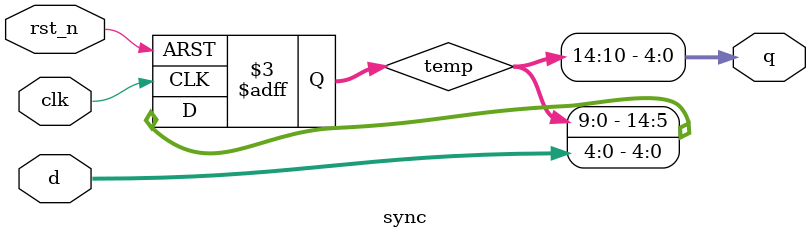
<source format=v>
/*
sync#(
    .WIDTH(5)
    ,.CYCLE(2)
) 
s1(
    .clk(clk)
    ,.rst_n(rst_n)
    ,.d(d)//width
    ,.q(q)
);
*/


module sync#(
    parameter   WIDTH = 5,
    parameter   CYCLE = 3
)(
        input       clk
        ,input      rst_n
        ,input      [WIDTH-1:0]d
        ,output     [WIDTH-1:0]q
);
reg [(CYCLE*WIDTH)-1:0]temp;
always @(posedge clk or negedge rst_n) begin
    if (!rst_n) begin
        temp <= 0;
    end
    else begin
        temp <= {temp[(CYCLE)*WIDTH-1:0],d};
    end
end
assign q = temp[(CYCLE*WIDTH-1):(CYCLE-1)*WIDTH];
endmodule
</source>
